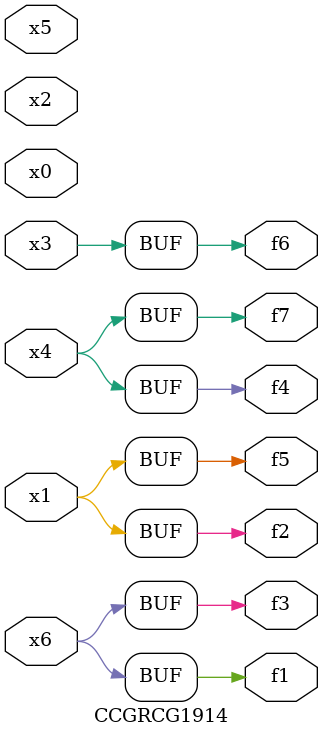
<source format=v>
module CCGRCG1914(
	input x0, x1, x2, x3, x4, x5, x6,
	output f1, f2, f3, f4, f5, f6, f7
);
	assign f1 = x6;
	assign f2 = x1;
	assign f3 = x6;
	assign f4 = x4;
	assign f5 = x1;
	assign f6 = x3;
	assign f7 = x4;
endmodule

</source>
